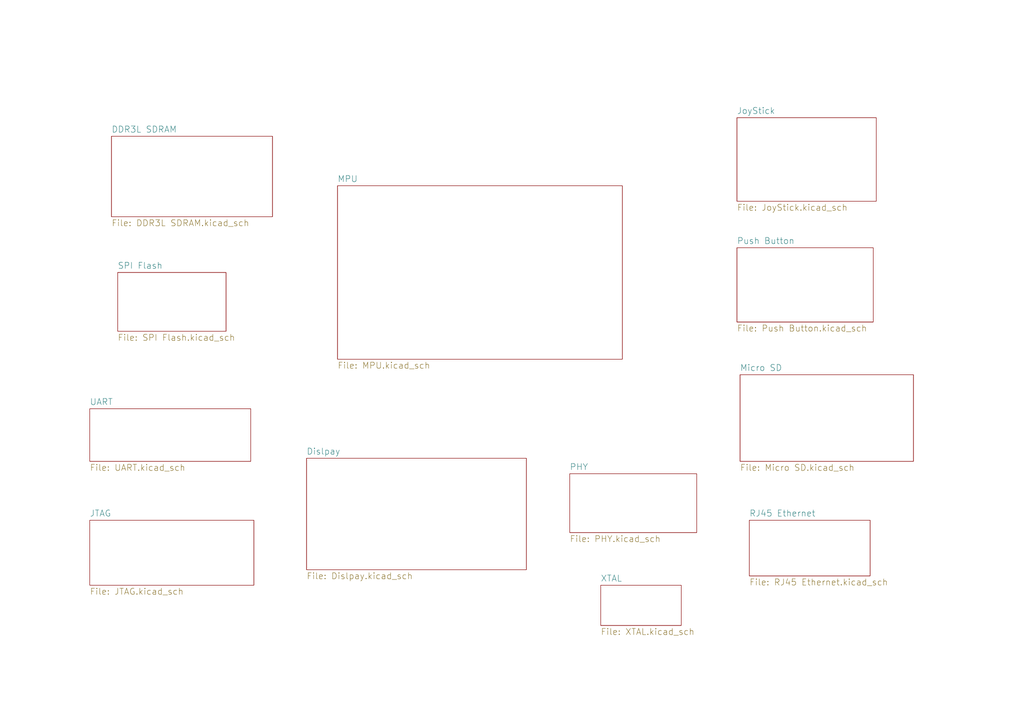
<source format=kicad_sch>
(kicad_sch
	(version 20250114)
	(generator "eeschema")
	(generator_version "9.0")
	(uuid "c1d535de-c69e-4b3a-ae26-ffedca8d9a48")
	(paper "A3")
	(lib_symbols)
	(sheet
		(at 233.68 194.31)
		(size 52.07 24.13)
		(exclude_from_sim no)
		(in_bom yes)
		(on_board yes)
		(dnp no)
		(fields_autoplaced yes)
		(stroke
			(width 0.1524)
			(type solid)
		)
		(fill
			(color 0 0 0 0.0000)
		)
		(uuid "1912231e-e863-47f0-b583-357aff7167df")
		(property "Sheetname" "PHY"
			(at 233.68 192.9634 0)
			(effects
				(font
					(size 2.54 2.54)
				)
				(justify left bottom)
			)
		)
		(property "Sheetfile" "PHY.kicad_sch"
			(at 233.68 219.5326 0)
			(effects
				(font
					(size 2.54 2.54)
				)
				(justify left top)
			)
		)
		(instances
			(project "PhysicalLab Badge"
				(path "/c1d535de-c69e-4b3a-ae26-ffedca8d9a48"
					(page "7")
				)
			)
		)
	)
	(sheet
		(at 302.26 48.26)
		(size 57.15 34.29)
		(exclude_from_sim no)
		(in_bom yes)
		(on_board yes)
		(dnp no)
		(fields_autoplaced yes)
		(stroke
			(width 0.1524)
			(type solid)
		)
		(fill
			(color 0 0 0 0.0000)
		)
		(uuid "1b20c514-149e-435d-944c-6bd563ff98dc")
		(property "Sheetname" "JoyStick"
			(at 302.26 46.9134 0)
			(effects
				(font
					(size 2.54 2.54)
				)
				(justify left bottom)
			)
		)
		(property "Sheetfile" "JoyStick.kicad_sch"
			(at 302.26 83.6426 0)
			(effects
				(font
					(size 2.54 2.54)
				)
				(justify left top)
			)
		)
		(instances
			(project "PhysicalLab Badge"
				(path "/c1d535de-c69e-4b3a-ae26-ffedca8d9a48"
					(page "10")
				)
			)
		)
	)
	(sheet
		(at 45.72 55.88)
		(size 66.04 33.02)
		(exclude_from_sim no)
		(in_bom yes)
		(on_board yes)
		(dnp no)
		(fields_autoplaced yes)
		(stroke
			(width 0.1524)
			(type solid)
		)
		(fill
			(color 0 0 0 0.0000)
		)
		(uuid "2c6cdd53-30d9-435e-ac38-2a32e1a5baa5")
		(property "Sheetname" "DDR3L SDRAM"
			(at 45.72 54.5334 0)
			(effects
				(font
					(size 2.54 2.54)
				)
				(justify left bottom)
			)
		)
		(property "Sheetfile" "DDR3L SDRAM.kicad_sch"
			(at 45.72 89.9926 0)
			(effects
				(font
					(size 2.54 2.54)
				)
				(justify left top)
			)
		)
		(instances
			(project "PhysicalLab Badge"
				(path "/c1d535de-c69e-4b3a-ae26-ffedca8d9a48"
					(page "3")
				)
			)
		)
	)
	(sheet
		(at 48.26 111.76)
		(size 44.45 24.13)
		(exclude_from_sim no)
		(in_bom yes)
		(on_board yes)
		(dnp no)
		(fields_autoplaced yes)
		(stroke
			(width 0.1524)
			(type solid)
		)
		(fill
			(color 0 0 0 0.0000)
		)
		(uuid "4893265d-f912-4259-91ed-d790c8d8e5fc")
		(property "Sheetname" "SPI Flash"
			(at 48.26 110.4134 0)
			(effects
				(font
					(size 2.54 2.54)
				)
				(justify left bottom)
			)
		)
		(property "Sheetfile" "SPI Flash.kicad_sch"
			(at 48.26 136.9826 0)
			(effects
				(font
					(size 2.54 2.54)
				)
				(justify left top)
			)
		)
		(instances
			(project "PhysicalLab Badge"
				(path "/c1d535de-c69e-4b3a-ae26-ffedca8d9a48"
					(page "4")
				)
			)
		)
	)
	(sheet
		(at 302.26 101.6)
		(size 55.88 30.48)
		(exclude_from_sim no)
		(in_bom yes)
		(on_board yes)
		(dnp no)
		(fields_autoplaced yes)
		(stroke
			(width 0.1524)
			(type solid)
		)
		(fill
			(color 0 0 0 0.0000)
		)
		(uuid "4ac1bb0a-8b87-487b-9a35-598352bff3de")
		(property "Sheetname" "Push Button"
			(at 302.26 100.2534 0)
			(effects
				(font
					(size 2.54 2.54)
				)
				(justify left bottom)
			)
		)
		(property "Sheetfile" "Push Button.kicad_sch"
			(at 302.26 133.1726 0)
			(effects
				(font
					(size 2.54 2.54)
				)
				(justify left top)
			)
		)
		(instances
			(project "PhysicalLab Badge"
				(path "/c1d535de-c69e-4b3a-ae26-ffedca8d9a48"
					(page "5")
				)
			)
		)
	)
	(sheet
		(at 36.83 213.36)
		(size 67.31 26.67)
		(exclude_from_sim no)
		(in_bom yes)
		(on_board yes)
		(dnp no)
		(fields_autoplaced yes)
		(stroke
			(width 0.1524)
			(type solid)
		)
		(fill
			(color 0 0 0 0.0000)
		)
		(uuid "5cd6e6d1-5be4-4aca-903b-a3b0c6cc690c")
		(property "Sheetname" "JTAG"
			(at 36.83 212.0134 0)
			(effects
				(font
					(size 2.54 2.54)
				)
				(justify left bottom)
			)
		)
		(property "Sheetfile" "JTAG.kicad_sch"
			(at 36.83 241.1226 0)
			(effects
				(font
					(size 2.54 2.54)
				)
				(justify left top)
			)
		)
		(instances
			(project "PhysicalLab Badge"
				(path "/c1d535de-c69e-4b3a-ae26-ffedca8d9a48"
					(page "13")
				)
			)
		)
	)
	(sheet
		(at 125.73 187.96)
		(size 90.17 45.72)
		(exclude_from_sim no)
		(in_bom yes)
		(on_board yes)
		(dnp no)
		(fields_autoplaced yes)
		(stroke
			(width 0.1524)
			(type solid)
		)
		(fill
			(color 0 0 0 0.0000)
		)
		(uuid "6fd98cd0-ad60-4635-babf-b43db4b88421")
		(property "Sheetname" "Dislpay"
			(at 125.73 186.6134 0)
			(effects
				(font
					(size 2.54 2.54)
				)
				(justify left bottom)
			)
		)
		(property "Sheetfile" "Dislpay.kicad_sch"
			(at 125.73 234.7726 0)
			(effects
				(font
					(size 2.54 2.54)
				)
				(justify left top)
			)
		)
		(instances
			(project "PhysicalLab Badge"
				(path "/c1d535de-c69e-4b3a-ae26-ffedca8d9a48"
					(page "11")
				)
			)
		)
	)
	(sheet
		(at 307.34 213.36)
		(size 49.53 22.86)
		(exclude_from_sim no)
		(in_bom yes)
		(on_board yes)
		(dnp no)
		(fields_autoplaced yes)
		(stroke
			(width 0.1524)
			(type solid)
		)
		(fill
			(color 0 0 0 0.0000)
		)
		(uuid "7bcdc5ed-3563-46bc-baed-b1e3d1d9baae")
		(property "Sheetname" "RJ45 Ethernet"
			(at 307.34 212.0134 0)
			(effects
				(font
					(size 2.54 2.54)
				)
				(justify left bottom)
			)
		)
		(property "Sheetfile" "RJ45 Ethernet.kicad_sch"
			(at 307.34 237.3126 0)
			(effects
				(font
					(size 2.54 2.54)
				)
				(justify left top)
			)
		)
		(instances
			(project "PhysicalLab Badge"
				(path "/c1d535de-c69e-4b3a-ae26-ffedca8d9a48"
					(page "9")
				)
			)
		)
	)
	(sheet
		(at 303.53 153.67)
		(size 71.12 35.56)
		(exclude_from_sim no)
		(in_bom yes)
		(on_board yes)
		(dnp no)
		(fields_autoplaced yes)
		(stroke
			(width 0.1524)
			(type solid)
		)
		(fill
			(color 0 0 0 0.0000)
		)
		(uuid "7f10d1ba-4c16-4974-bc13-491b83b48d90")
		(property "Sheetname" "Micro SD"
			(at 303.53 152.3234 0)
			(effects
				(font
					(size 2.54 2.54)
				)
				(justify left bottom)
			)
		)
		(property "Sheetfile" "Micro SD.kicad_sch"
			(at 303.53 190.3226 0)
			(effects
				(font
					(size 2.54 2.54)
				)
				(justify left top)
			)
		)
		(instances
			(project "PhysicalLab Badge"
				(path "/c1d535de-c69e-4b3a-ae26-ffedca8d9a48"
					(page "6")
				)
			)
		)
	)
	(sheet
		(at 138.43 76.2)
		(size 116.84 71.12)
		(exclude_from_sim no)
		(in_bom yes)
		(on_board yes)
		(dnp no)
		(fields_autoplaced yes)
		(stroke
			(width 0.1524)
			(type solid)
		)
		(fill
			(color 0 0 0 0.0000)
		)
		(uuid "b564bae1-4c6c-4d47-8b06-3165951137ce")
		(property "Sheetname" "MPU"
			(at 138.43 74.8534 0)
			(effects
				(font
					(size 2.54 2.54)
				)
				(justify left bottom)
			)
		)
		(property "Sheetfile" "MPU.kicad_sch"
			(at 138.43 148.4126 0)
			(effects
				(font
					(size 2.54 2.54)
				)
				(justify left top)
			)
		)
		(instances
			(project "PhysicalLab Badge"
				(path "/c1d535de-c69e-4b3a-ae26-ffedca8d9a48"
					(page "2")
				)
			)
		)
	)
	(sheet
		(at 36.83 167.64)
		(size 66.04 21.59)
		(exclude_from_sim no)
		(in_bom yes)
		(on_board yes)
		(dnp no)
		(fields_autoplaced yes)
		(stroke
			(width 0.1524)
			(type solid)
		)
		(fill
			(color 0 0 0 0.0000)
		)
		(uuid "e5765412-f8a4-466e-904b-6ad345bea038")
		(property "Sheetname" "UART"
			(at 36.83 166.2934 0)
			(effects
				(font
					(size 2.54 2.54)
				)
				(justify left bottom)
			)
		)
		(property "Sheetfile" "UART.kicad_sch"
			(at 36.83 190.3226 0)
			(effects
				(font
					(size 2.54 2.54)
				)
				(justify left top)
			)
		)
		(instances
			(project "PhysicalLab Badge"
				(path "/c1d535de-c69e-4b3a-ae26-ffedca8d9a48"
					(page "12")
				)
			)
		)
	)
	(sheet
		(at 246.38 240.03)
		(size 33.02 16.51)
		(exclude_from_sim no)
		(in_bom yes)
		(on_board yes)
		(dnp no)
		(fields_autoplaced yes)
		(stroke
			(width 0.1524)
			(type solid)
		)
		(fill
			(color 0 0 0 0.0000)
		)
		(uuid "fdd0a66d-5623-4d83-8966-c693b7b22658")
		(property "Sheetname" "XTAL"
			(at 246.38 238.6834 0)
			(effects
				(font
					(size 2.54 2.54)
				)
				(justify left bottom)
			)
		)
		(property "Sheetfile" "XTAL.kicad_sch"
			(at 246.38 257.6326 0)
			(effects
				(font
					(size 2.54 2.54)
				)
				(justify left top)
			)
		)
		(instances
			(project "PhysicalLab Badge"
				(path "/c1d535de-c69e-4b3a-ae26-ffedca8d9a48"
					(page "8")
				)
			)
		)
	)
	(sheet_instances
		(path "/"
			(page "1")
		)
	)
	(embedded_fonts no)
)

</source>
